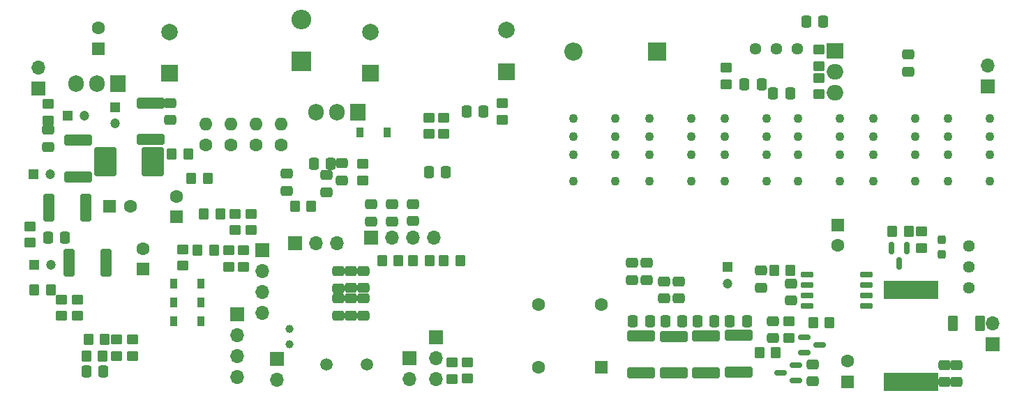
<source format=gbs>
G04 #@! TF.GenerationSoftware,KiCad,Pcbnew,6.0.10-2.fc37*
G04 #@! TF.CreationDate,2023-02-05T13:57:13+01:00*
G04 #@! TF.ProjectId,Full schematic,46756c6c-2073-4636-9865-6d617469632e,rev?*
G04 #@! TF.SameCoordinates,Original*
G04 #@! TF.FileFunction,Soldermask,Bot*
G04 #@! TF.FilePolarity,Negative*
%FSLAX46Y46*%
G04 Gerber Fmt 4.6, Leading zero omitted, Abs format (unit mm)*
G04 Created by KiCad (PCBNEW 6.0.10-2.fc37) date 2023-02-05 13:57:13*
%MOMM*%
%LPD*%
G01*
G04 APERTURE LIST*
G04 Aperture macros list*
%AMRoundRect*
0 Rectangle with rounded corners*
0 $1 Rounding radius*
0 $2 $3 $4 $5 $6 $7 $8 $9 X,Y pos of 4 corners*
0 Add a 4 corners polygon primitive as box body*
4,1,4,$2,$3,$4,$5,$6,$7,$8,$9,$2,$3,0*
0 Add four circle primitives for the rounded corners*
1,1,$1+$1,$2,$3*
1,1,$1+$1,$4,$5*
1,1,$1+$1,$6,$7*
1,1,$1+$1,$8,$9*
0 Add four rect primitives between the rounded corners*
20,1,$1+$1,$2,$3,$4,$5,0*
20,1,$1+$1,$4,$5,$6,$7,0*
20,1,$1+$1,$6,$7,$8,$9,0*
20,1,$1+$1,$8,$9,$2,$3,0*%
G04 Aperture macros list end*
%ADD10RoundRect,0.150000X-0.650000X-0.150000X0.650000X-0.150000X0.650000X0.150000X-0.650000X0.150000X0*%
%ADD11C,1.440000*%
%ADD12C,1.600000*%
%ADD13O,1.600000X1.600000*%
%ADD14RoundRect,0.250000X0.350000X0.450000X-0.350000X0.450000X-0.350000X-0.450000X0.350000X-0.450000X0*%
%ADD15RoundRect,0.250000X-0.450000X0.350000X-0.450000X-0.350000X0.450000X-0.350000X0.450000X0.350000X0*%
%ADD16RoundRect,0.250000X0.337500X0.475000X-0.337500X0.475000X-0.337500X-0.475000X0.337500X-0.475000X0*%
%ADD17RoundRect,0.250000X0.475000X-0.337500X0.475000X0.337500X-0.475000X0.337500X-0.475000X-0.337500X0*%
%ADD18RoundRect,0.250000X-0.350000X-0.450000X0.350000X-0.450000X0.350000X0.450000X-0.350000X0.450000X0*%
%ADD19RoundRect,0.250000X-0.475000X0.337500X-0.475000X-0.337500X0.475000X-0.337500X0.475000X0.337500X0*%
%ADD20RoundRect,0.250000X0.450000X-0.350000X0.450000X0.350000X-0.450000X0.350000X-0.450000X-0.350000X0*%
%ADD21R,1.700000X1.700000*%
%ADD22O,1.700000X1.700000*%
%ADD23RoundRect,0.250000X-0.362500X-0.700000X0.362500X-0.700000X0.362500X0.700000X-0.362500X0.700000X0*%
%ADD24R,1.905000X2.000000*%
%ADD25O,1.905000X2.000000*%
%ADD26C,1.000000*%
%ADD27R,2.400000X2.400000*%
%ADD28O,2.400000X2.400000*%
%ADD29RoundRect,0.250000X-0.337500X-0.475000X0.337500X-0.475000X0.337500X0.475000X-0.337500X0.475000X0*%
%ADD30R,0.900000X1.200000*%
%ADD31C,1.100000*%
%ADD32RoundRect,0.250000X-1.450000X0.400000X-1.450000X-0.400000X1.450000X-0.400000X1.450000X0.400000X0*%
%ADD33R,1.600000X1.600000*%
%ADD34R,1.200000X1.200000*%
%ADD35C,1.200000*%
%ADD36R,2.200000X2.200000*%
%ADD37O,2.200000X2.200000*%
%ADD38C,1.500000*%
%ADD39RoundRect,0.150000X0.587500X0.150000X-0.587500X0.150000X-0.587500X-0.150000X0.587500X-0.150000X0*%
%ADD40RoundRect,0.250000X1.112500X1.500000X-1.112500X1.500000X-1.112500X-1.500000X1.112500X-1.500000X0*%
%ADD41R,2.000000X2.000000*%
%ADD42C,2.000000*%
%ADD43R,2.000000X1.905000*%
%ADD44O,2.000000X1.905000*%
%ADD45RoundRect,0.237500X-0.237500X0.287500X-0.237500X-0.287500X0.237500X-0.287500X0.237500X0.287500X0*%
%ADD46RoundRect,0.150000X-0.150000X0.587500X-0.150000X-0.587500X0.150000X-0.587500X0.150000X0.587500X0*%
%ADD47RoundRect,0.250000X-0.400000X-1.450000X0.400000X-1.450000X0.400000X1.450000X-0.400000X1.450000X0*%
%ADD48RoundRect,0.150000X-0.587500X-0.150000X0.587500X-0.150000X0.587500X0.150000X-0.587500X0.150000X0*%
%ADD49R,6.730000X2.160000*%
G04 APERTURE END LIST*
D10*
X114637000Y-54610000D03*
X114637000Y-53340000D03*
X114637000Y-52070000D03*
X114637000Y-50800000D03*
X121837000Y-50800000D03*
X121837000Y-52070000D03*
X121837000Y-53340000D03*
X121837000Y-54610000D03*
D11*
X113411000Y-23368000D03*
X110871000Y-23368000D03*
X108331000Y-23368000D03*
D12*
X47752000Y-35052000D03*
D13*
X47752000Y-32512000D03*
D14*
X72517000Y-49149000D03*
X70517000Y-49149000D03*
X68802000Y-49149000D03*
X66802000Y-49149000D03*
D15*
X26035000Y-53848000D03*
X26035000Y-55848000D03*
D16*
X112565000Y-28829000D03*
X110490000Y-28829000D03*
D17*
X97282000Y-53742500D03*
X97282000Y-51667500D03*
D18*
X27117000Y-60736000D03*
X29117000Y-60736000D03*
D19*
X115316000Y-61722000D03*
X115316000Y-63797000D03*
D20*
X104775000Y-27686000D03*
X104775000Y-25686000D03*
D15*
X38862000Y-47768000D03*
X38862000Y-49768000D03*
D20*
X22479000Y-32115000D03*
X22479000Y-30115000D03*
D15*
X46228000Y-47879000D03*
X46228000Y-49879000D03*
X44450000Y-47879000D03*
X44450000Y-49879000D03*
D21*
X69596000Y-58435000D03*
D22*
X69596000Y-60975000D03*
X69596000Y-63515000D03*
D15*
X30800000Y-58704000D03*
X30800000Y-60704000D03*
X20320000Y-44958000D03*
X20320000Y-46958000D03*
D20*
X60706000Y-39370000D03*
X60706000Y-37370000D03*
D23*
X132311000Y-56726000D03*
X135636000Y-56726000D03*
D24*
X60071000Y-31115000D03*
D25*
X57531000Y-31115000D03*
X54991000Y-31115000D03*
D17*
X110490000Y-58547000D03*
X110490000Y-56472000D03*
D26*
X51783000Y-59343959D03*
X51783000Y-57443959D03*
D27*
X53213000Y-24892000D03*
D28*
X53213000Y-19812000D03*
D15*
X47117000Y-43450000D03*
X47117000Y-45450000D03*
D14*
X110839000Y-60325000D03*
X108839000Y-60325000D03*
D29*
X73279000Y-30988000D03*
X75354000Y-30988000D03*
D12*
X50800000Y-35052000D03*
D13*
X50800000Y-32512000D03*
D30*
X37721000Y-51943000D03*
X41021000Y-51943000D03*
D31*
X122656000Y-39487000D03*
X122656000Y-36287000D03*
X122656000Y-34087000D03*
X122656000Y-31887000D03*
X127736000Y-31887000D03*
X127736000Y-34087000D03*
X127736000Y-36287000D03*
X127736000Y-39487000D03*
D21*
X21336000Y-28194000D03*
D22*
X21336000Y-25654000D03*
D17*
X57752000Y-55814459D03*
X57752000Y-53739459D03*
D29*
X27117000Y-62641000D03*
X29192000Y-62641000D03*
D14*
X39497000Y-36195000D03*
X37497000Y-36195000D03*
X126984000Y-45593000D03*
X124984000Y-45593000D03*
D17*
X132715000Y-63881000D03*
X132715000Y-61806000D03*
X66802000Y-44344500D03*
X66802000Y-42269500D03*
X95123000Y-51478000D03*
X95123000Y-49403000D03*
D21*
X48514000Y-47879000D03*
D22*
X48514000Y-50419000D03*
X48514000Y-52959000D03*
X48514000Y-55499000D03*
D19*
X37338000Y-29972000D03*
X37338000Y-32047000D03*
X51435000Y-38586500D03*
X51435000Y-40661500D03*
D17*
X59276000Y-55814459D03*
X59276000Y-53739459D03*
D31*
X131699000Y-39497000D03*
X131699000Y-36297000D03*
X131699000Y-34097000D03*
X131699000Y-31897000D03*
X136779000Y-31897000D03*
X136779000Y-34097000D03*
X136779000Y-36297000D03*
X136779000Y-39497000D03*
D20*
X71501000Y-63500000D03*
X71501000Y-61500000D03*
D32*
X34925000Y-29972000D03*
X34925000Y-34422000D03*
D33*
X28575000Y-23368000D03*
D12*
X28575000Y-20868000D03*
D17*
X64262000Y-44366000D03*
X64262000Y-42291000D03*
D30*
X60325000Y-33528000D03*
X63625000Y-33528000D03*
D21*
X50259000Y-61042959D03*
D22*
X50259000Y-63582959D03*
D31*
X86233000Y-39497000D03*
X86233000Y-36297000D03*
X86233000Y-34097000D03*
X86233000Y-31897000D03*
X91313000Y-31897000D03*
X91313000Y-34097000D03*
X91313000Y-36297000D03*
X91313000Y-39497000D03*
D34*
X24892000Y-31496000D03*
D35*
X26892000Y-31496000D03*
D15*
X116078000Y-23527000D03*
X116078000Y-25527000D03*
D32*
X106299000Y-58227000D03*
X106299000Y-62677000D03*
D11*
X134239000Y-47371000D03*
X134239000Y-49911000D03*
X134239000Y-52451000D03*
D29*
X68707000Y-38354000D03*
X70782000Y-38354000D03*
D33*
X119507000Y-63838000D03*
D12*
X119507000Y-61338000D03*
X41656000Y-35052000D03*
D13*
X41656000Y-32512000D03*
D18*
X39878000Y-39116000D03*
X41878000Y-39116000D03*
D36*
X96393000Y-23749000D03*
D37*
X86233000Y-23749000D03*
D19*
X60800000Y-50394459D03*
X60800000Y-52469459D03*
D33*
X34036000Y-50165000D03*
D12*
X34036000Y-47665000D03*
D17*
X99060000Y-53721000D03*
X99060000Y-51646000D03*
D15*
X24130000Y-53848000D03*
X24130000Y-55848000D03*
D29*
X114511000Y-20066000D03*
X116586000Y-20066000D03*
D16*
X109093000Y-27686000D03*
X107018000Y-27686000D03*
D19*
X109049000Y-50342000D03*
X109049000Y-52417000D03*
D16*
X95547000Y-56515000D03*
X93472000Y-56515000D03*
D34*
X30607000Y-30480000D03*
D35*
X30607000Y-32480000D03*
D19*
X112649000Y-51921500D03*
X112649000Y-53996500D03*
D18*
X41402000Y-43434000D03*
X43402000Y-43434000D03*
D38*
X61181000Y-61761959D03*
X56301000Y-61761959D03*
D19*
X126873000Y-24108500D03*
X126873000Y-26183500D03*
D15*
X70485000Y-31750000D03*
X70485000Y-33750000D03*
D32*
X94488000Y-58288000D03*
X94488000Y-62738000D03*
D18*
X20828000Y-52705000D03*
X22828000Y-52705000D03*
D30*
X37719000Y-54229000D03*
X41019000Y-54229000D03*
D29*
X54737000Y-37338000D03*
X56812000Y-37338000D03*
X105261500Y-56515000D03*
X107336500Y-56515000D03*
D19*
X59276000Y-50394459D03*
X59276000Y-52469459D03*
D33*
X38100000Y-43815000D03*
D12*
X38100000Y-41315000D03*
D17*
X131318000Y-63881000D03*
X131318000Y-61806000D03*
D31*
X95478000Y-39487000D03*
X95478000Y-36287000D03*
X95478000Y-34087000D03*
X95478000Y-31887000D03*
X100558000Y-31887000D03*
X100558000Y-34087000D03*
X100558000Y-36287000D03*
X100558000Y-39487000D03*
D33*
X29975621Y-42545000D03*
D12*
X32475621Y-42545000D03*
D39*
X113284000Y-61849000D03*
X113284000Y-63749000D03*
X111409000Y-62799000D03*
D34*
X20828000Y-49657000D03*
D35*
X22828000Y-49657000D03*
D21*
X61722000Y-46355000D03*
D22*
X64262000Y-46355000D03*
X66802000Y-46355000D03*
X69342000Y-46355000D03*
D33*
X89662000Y-62103000D03*
D12*
X82042000Y-62103000D03*
X82042000Y-54483000D03*
X89662000Y-54483000D03*
D30*
X37719000Y-56515000D03*
X41019000Y-56515000D03*
D32*
X26162000Y-34539000D03*
X26162000Y-38989000D03*
D40*
X35179000Y-37084000D03*
X29454000Y-37084000D03*
D19*
X57752000Y-50415959D03*
X57752000Y-52490959D03*
D14*
X117348000Y-56642000D03*
X115348000Y-56642000D03*
D29*
X97409000Y-56515000D03*
X99484000Y-56515000D03*
D21*
X137160000Y-59266000D03*
D22*
X137160000Y-56726000D03*
D14*
X65024000Y-49149000D03*
X63024000Y-49149000D03*
D33*
X118364000Y-44791621D03*
D12*
X118364000Y-47291621D03*
D17*
X58166000Y-39370000D03*
X58166000Y-37295000D03*
D15*
X45212000Y-43434000D03*
X45212000Y-45434000D03*
D18*
X110617000Y-50292000D03*
X112617000Y-50292000D03*
D21*
X136525000Y-27945000D03*
D22*
X136525000Y-25405000D03*
D17*
X56261000Y-40810000D03*
X56261000Y-38735000D03*
D21*
X66388000Y-60994959D03*
D22*
X66388000Y-63534959D03*
D20*
X128524000Y-47609000D03*
X128524000Y-45609000D03*
D32*
X102362000Y-58288000D03*
X102362000Y-62738000D03*
D41*
X37211000Y-26370677D03*
D42*
X37211000Y-21370677D03*
D15*
X116078000Y-26940000D03*
X116078000Y-28940000D03*
D21*
X52451000Y-46990000D03*
D22*
X54991000Y-46990000D03*
X57531000Y-46990000D03*
D29*
X101324500Y-56515000D03*
X103399500Y-56515000D03*
D17*
X22479000Y-35327500D03*
X22479000Y-33252500D03*
D43*
X117983000Y-23627000D03*
D44*
X117983000Y-26167000D03*
X117983000Y-28707000D03*
D16*
X24554000Y-46355000D03*
X22479000Y-46355000D03*
D20*
X73406000Y-63484000D03*
X73406000Y-61484000D03*
D12*
X44704000Y-35052000D03*
D13*
X44704000Y-32512000D03*
D15*
X32705000Y-58704000D03*
X32705000Y-60704000D03*
D31*
X113538000Y-39497000D03*
X113538000Y-36297000D03*
X113538000Y-34097000D03*
X113538000Y-31897000D03*
X118618000Y-31897000D03*
X118618000Y-34097000D03*
X118618000Y-36297000D03*
X118618000Y-39497000D03*
D17*
X93345000Y-51478000D03*
X93345000Y-49403000D03*
D15*
X68707000Y-31750000D03*
X68707000Y-33750000D03*
D32*
X98425000Y-58354000D03*
X98425000Y-62804000D03*
D45*
X130937000Y-46623000D03*
X130937000Y-48373000D03*
D15*
X77597000Y-30004000D03*
X77597000Y-32004000D03*
D41*
X61595000Y-26370677D03*
D42*
X61595000Y-21370677D03*
D17*
X60800000Y-55814459D03*
X60800000Y-53739459D03*
D18*
X27371000Y-58704000D03*
X29371000Y-58704000D03*
D34*
X20744401Y-38608000D03*
D35*
X22744401Y-38608000D03*
D18*
X40640000Y-47879000D03*
X42640000Y-47879000D03*
D41*
X78105000Y-26162000D03*
D42*
X78105000Y-21162000D03*
D46*
X124841000Y-47625000D03*
X126741000Y-47625000D03*
X125791000Y-49500000D03*
D34*
X104985000Y-49920401D03*
D35*
X104985000Y-51920401D03*
D18*
X52451000Y-42545000D03*
X54451000Y-42545000D03*
D17*
X61722000Y-44366000D03*
X61722000Y-42291000D03*
D24*
X30988000Y-27615000D03*
D25*
X28448000Y-27615000D03*
X25908000Y-27615000D03*
D47*
X22601000Y-42672000D03*
X27051000Y-42672000D03*
D48*
X114300000Y-60325000D03*
X114300000Y-58425000D03*
X116175000Y-59375000D03*
D47*
X25080000Y-49403000D03*
X29530000Y-49403000D03*
D20*
X112395000Y-58531000D03*
X112395000Y-56531000D03*
D49*
X127254000Y-63840000D03*
X127254000Y-52660000D03*
D21*
X45466000Y-55626000D03*
D22*
X45466000Y-58166000D03*
X45466000Y-60706000D03*
X45466000Y-63246000D03*
D31*
X104648000Y-39497000D03*
X104648000Y-36297000D03*
X104648000Y-34097000D03*
X104648000Y-31897000D03*
X109728000Y-31897000D03*
X109728000Y-34097000D03*
X109728000Y-36297000D03*
X109728000Y-39497000D03*
M02*

</source>
